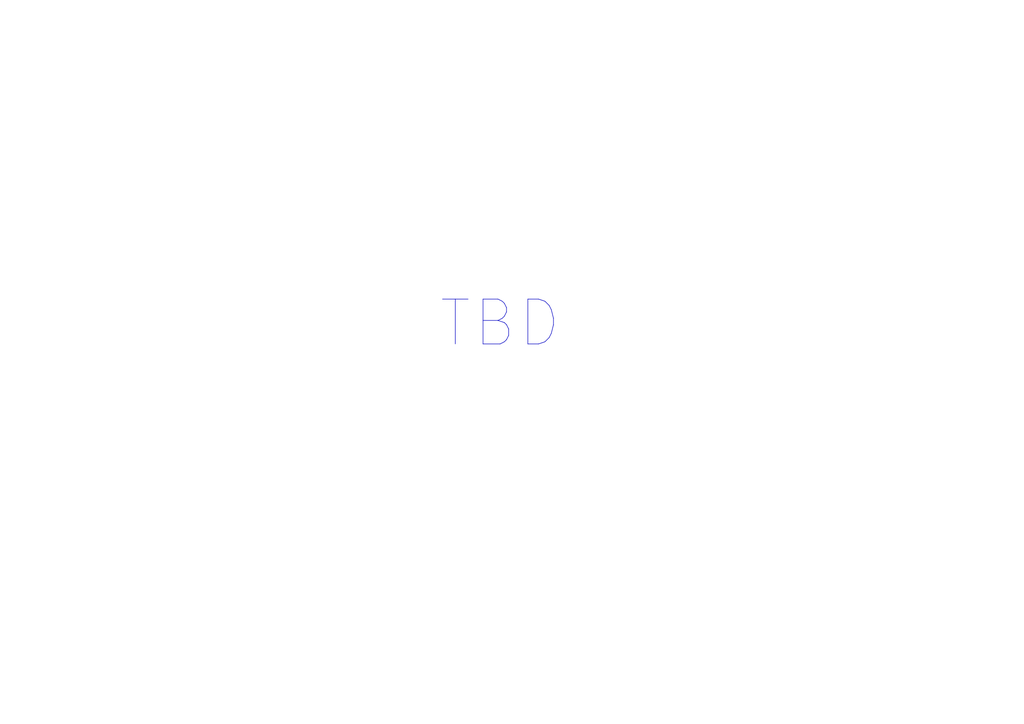
<source format=kicad_sch>
(kicad_sch (version 20230121) (generator eeschema)
  (paper "A4")
  (title_block (title "TI Ember AM62 SiP Concept") (date "2023-06-09") (rev "Rev 0") (company "Andrei Aldea - Texas Instruments"))
  (lib_symbols)
  (text "TBD" (at 127 101.6 0) (effects (font (size 13 13)) (justify left bottom)))
)
</source>
